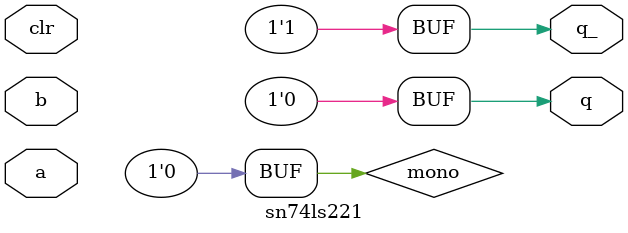
<source format=v>
module sn74ls221(a, b, clr, q, q_);
input a, b, clr;
output q, q_;
reg mono;

parameter
	rT = 10,    // in kOhm
	cT = 1000,  // in pFarad

	// TI TTL data book Vol 1, 1985
	tW = 0.32 * rT * cT * (1 + 0.7/rT), // tw is in nsec
	tPLHA_min=0, tPLHA_typ=45, tPLHA_max=70,  // worst case
	tPHLA_min=0, tPHLA_typ=50, tPHLA_max=80;

always @(clr==0)
begin
	mono <= 0;
end

always @(negedge a)
begin
	if (a==0 && mono==0) begin
		mono <= 1;
	end	
end

always @(posedge b)
begin
	if (b==1 && mono==0) begin
		mono <= 1;
	end	
end

always @(posedge clr)
begin
	if (b==1 && clr==1 && mono==0) begin
		mono <= 1;
	end	
end

always @(posedge mono)
begin
	if (mono==1) begin
		mono <= #(tW) 0;
	end
end

assign #(tPLHA_min:tPLHA_typ:tPLHA_max, tPHLA_min:tPHLA_typ:tPHLA_max) q = mono;
assign #(tPLHA_min:tPLHA_typ:tPLHA_max, tPHLA_min:tPHLA_typ:tPHLA_max) q_ = ~mono;

endmodule

</source>
